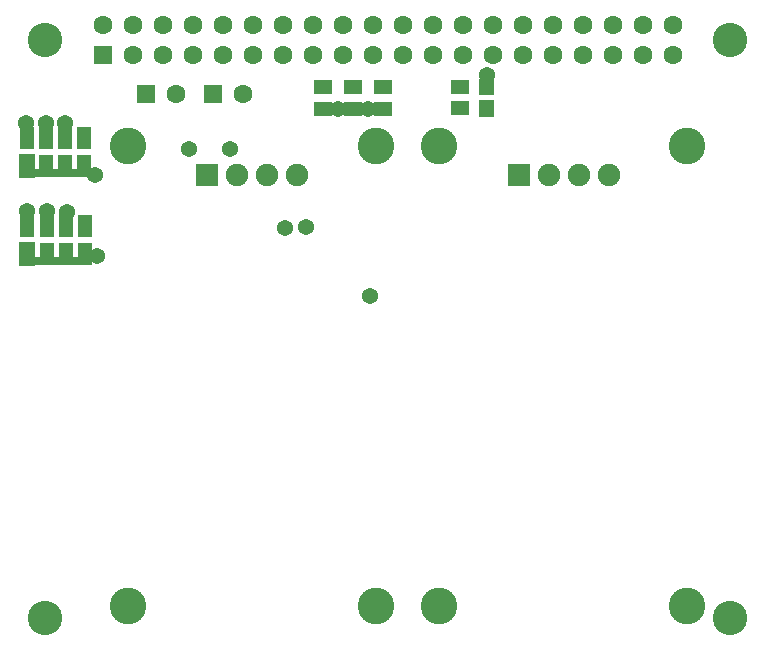
<source format=gts>
G04 Layer_Color=8388736*
%FSLAX25Y25*%
%MOIN*%
G70*
G01*
G75*
%ADD12R,0.20000X0.02500*%
%ADD33R,0.05912X0.05124*%
%ADD34R,0.05524X0.07887*%
%ADD35R,0.05124X0.07487*%
%ADD36C,0.06306*%
%ADD37R,0.06306X0.06306*%
%ADD38C,0.07487*%
%ADD39R,0.07487X0.07487*%
%ADD40C,0.12211*%
%ADD41C,0.11500*%
%ADD42C,0.05400*%
G36*
X149445Y-25665D02*
X144720D01*
Y-20154D01*
X149445D01*
Y-25665D01*
D02*
G37*
G36*
Y-18579D02*
X144720D01*
Y-13067D01*
X149445D01*
Y-18579D01*
D02*
G37*
D12*
X3700Y-73700D02*
D03*
X3393Y-44342D02*
D03*
D33*
X112500Y-15957D02*
D03*
Y-23043D02*
D03*
X102500Y-15957D02*
D03*
Y-23043D02*
D03*
X92500Y-15957D02*
D03*
Y-23043D02*
D03*
X138083Y-22909D02*
D03*
Y-15823D02*
D03*
D34*
X-5948Y-71400D02*
D03*
X-6255Y-42042D02*
D03*
D35*
X483Y-71400D02*
D03*
X6913D02*
D03*
X13343D02*
D03*
X13342Y-62300D02*
D03*
X6912D02*
D03*
X482D02*
D03*
X-5949D02*
D03*
X-6256Y-32942D02*
D03*
X175D02*
D03*
X6605D02*
D03*
X13035D02*
D03*
X13036Y-42042D02*
D03*
X6606D02*
D03*
X176D02*
D03*
D36*
X66000Y-18319D02*
D03*
X43500D02*
D03*
X209200Y5000D02*
D03*
Y-5000D02*
D03*
X199200Y5000D02*
D03*
Y-5000D02*
D03*
X189200Y5000D02*
D03*
Y-5000D02*
D03*
X179200Y5000D02*
D03*
Y-5000D02*
D03*
X169200Y5000D02*
D03*
Y-5000D02*
D03*
X159200Y5000D02*
D03*
Y-5000D02*
D03*
X149200Y5000D02*
D03*
Y-5000D02*
D03*
X139200Y5000D02*
D03*
Y-5000D02*
D03*
X129200Y5000D02*
D03*
Y-5000D02*
D03*
X119200Y5000D02*
D03*
Y-5000D02*
D03*
X109200Y5000D02*
D03*
Y-5000D02*
D03*
X99200Y5000D02*
D03*
Y-5000D02*
D03*
X89200Y5000D02*
D03*
Y-5000D02*
D03*
X79200Y5000D02*
D03*
Y-5000D02*
D03*
X69200Y5000D02*
D03*
Y-5000D02*
D03*
X59200Y5000D02*
D03*
Y-5000D02*
D03*
X49200Y5000D02*
D03*
Y-5000D02*
D03*
X39200Y5000D02*
D03*
Y-5000D02*
D03*
X29200Y5000D02*
D03*
Y-5000D02*
D03*
X19200Y5000D02*
D03*
D37*
X56000Y-18319D02*
D03*
X33500D02*
D03*
X19200Y-5000D02*
D03*
D38*
X187800Y-45248D02*
D03*
X177800D02*
D03*
X167800D02*
D03*
X84000D02*
D03*
X74000D02*
D03*
X64000D02*
D03*
D39*
X157800D02*
D03*
X54000D02*
D03*
D40*
X131205Y-35405D02*
D03*
X213883D02*
D03*
Y-188949D02*
D03*
X131205D02*
D03*
X27406Y-35405D02*
D03*
X110083D02*
D03*
Y-188949D02*
D03*
X27406D02*
D03*
D41*
X228400Y-192900D02*
D03*
X0D02*
D03*
Y0D02*
D03*
X228400D02*
D03*
D42*
X7087Y-57480D02*
D03*
X6693Y-27953D02*
D03*
X87008Y-62598D02*
D03*
X17323Y-72047D02*
D03*
X-6299Y-27953D02*
D03*
X175D02*
D03*
X482Y-57311D02*
D03*
X-5992D02*
D03*
X16535Y-45276D02*
D03*
X108268Y-85425D02*
D03*
X79921Y-62795D02*
D03*
X97500Y-23000D02*
D03*
X107500D02*
D03*
X147200Y-11900D02*
D03*
X61700Y-36400D02*
D03*
X47800D02*
D03*
M02*

</source>
